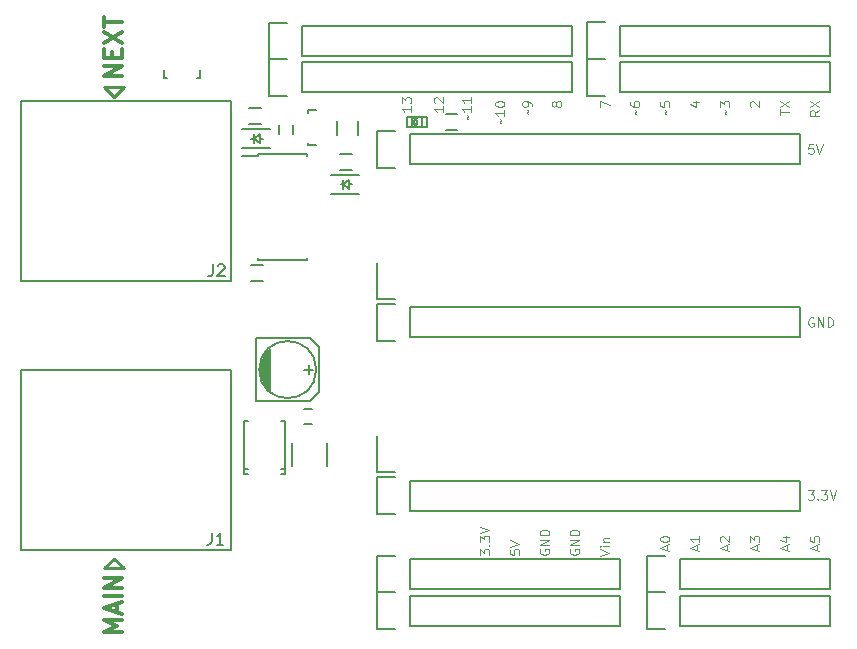
<source format=gbr>
G04 #@! TF.FileFunction,Legend,Top*
%FSLAX46Y46*%
G04 Gerber Fmt 4.6, Leading zero omitted, Abs format (unit mm)*
G04 Created by KiCad (PCBNEW 4.0.1-stable) date Tue 12 Jul 2016 11:05:00 AM CEST*
%MOMM*%
G01*
G04 APERTURE LIST*
%ADD10C,0.100000*%
%ADD11C,0.300000*%
%ADD12C,0.254000*%
%ADD13C,0.150000*%
G04 APERTURE END LIST*
D10*
X35121905Y7241526D02*
X35121905Y7736764D01*
X35426667Y7470097D01*
X35426667Y7584383D01*
X35464762Y7660573D01*
X35502857Y7698669D01*
X35579048Y7736764D01*
X35769524Y7736764D01*
X35845714Y7698669D01*
X35883810Y7660573D01*
X35921905Y7584383D01*
X35921905Y7355811D01*
X35883810Y7279621D01*
X35845714Y7241526D01*
X35845714Y8079621D02*
X35883810Y8117716D01*
X35921905Y8079621D01*
X35883810Y8041526D01*
X35845714Y8079621D01*
X35921905Y8079621D01*
X35121905Y8384383D02*
X35121905Y8879621D01*
X35426667Y8612954D01*
X35426667Y8727240D01*
X35464762Y8803430D01*
X35502857Y8841526D01*
X35579048Y8879621D01*
X35769524Y8879621D01*
X35845714Y8841526D01*
X35883810Y8803430D01*
X35921905Y8727240D01*
X35921905Y8498668D01*
X35883810Y8422478D01*
X35845714Y8384383D01*
X35121905Y9108192D02*
X35921905Y9374859D01*
X35121905Y9641526D01*
X37661905Y7698669D02*
X37661905Y7317716D01*
X38042857Y7279621D01*
X38004762Y7317716D01*
X37966667Y7393907D01*
X37966667Y7584383D01*
X38004762Y7660573D01*
X38042857Y7698669D01*
X38119048Y7736764D01*
X38309524Y7736764D01*
X38385714Y7698669D01*
X38423810Y7660573D01*
X38461905Y7584383D01*
X38461905Y7393907D01*
X38423810Y7317716D01*
X38385714Y7279621D01*
X37661905Y7965335D02*
X38461905Y8232002D01*
X37661905Y8498669D01*
X45281905Y7203430D02*
X46081905Y7470097D01*
X45281905Y7736764D01*
X46081905Y8003430D02*
X45548571Y8003430D01*
X45281905Y8003430D02*
X45320000Y7965335D01*
X45358095Y8003430D01*
X45320000Y8041525D01*
X45281905Y8003430D01*
X45358095Y8003430D01*
X45548571Y8384382D02*
X46081905Y8384382D01*
X45624762Y8384382D02*
X45586667Y8422477D01*
X45548571Y8498668D01*
X45548571Y8612954D01*
X45586667Y8689144D01*
X45662857Y8727239D01*
X46081905Y8727239D01*
X40240000Y7736764D02*
X40201905Y7660573D01*
X40201905Y7546288D01*
X40240000Y7432002D01*
X40316190Y7355811D01*
X40392381Y7317716D01*
X40544762Y7279621D01*
X40659048Y7279621D01*
X40811429Y7317716D01*
X40887619Y7355811D01*
X40963810Y7432002D01*
X41001905Y7546288D01*
X41001905Y7622478D01*
X40963810Y7736764D01*
X40925714Y7774859D01*
X40659048Y7774859D01*
X40659048Y7622478D01*
X41001905Y8117716D02*
X40201905Y8117716D01*
X41001905Y8574859D01*
X40201905Y8574859D01*
X41001905Y8955811D02*
X40201905Y8955811D01*
X40201905Y9146287D01*
X40240000Y9260573D01*
X40316190Y9336764D01*
X40392381Y9374859D01*
X40544762Y9412954D01*
X40659048Y9412954D01*
X40811429Y9374859D01*
X40887619Y9336764D01*
X40963810Y9260573D01*
X41001905Y9146287D01*
X41001905Y8955811D01*
X42780000Y7736764D02*
X42741905Y7660573D01*
X42741905Y7546288D01*
X42780000Y7432002D01*
X42856190Y7355811D01*
X42932381Y7317716D01*
X43084762Y7279621D01*
X43199048Y7279621D01*
X43351429Y7317716D01*
X43427619Y7355811D01*
X43503810Y7432002D01*
X43541905Y7546288D01*
X43541905Y7622478D01*
X43503810Y7736764D01*
X43465714Y7774859D01*
X43199048Y7774859D01*
X43199048Y7622478D01*
X43541905Y8117716D02*
X42741905Y8117716D01*
X43541905Y8574859D01*
X42741905Y8574859D01*
X43541905Y8955811D02*
X42741905Y8955811D01*
X42741905Y9146287D01*
X42780000Y9260573D01*
X42856190Y9336764D01*
X42932381Y9374859D01*
X43084762Y9412954D01*
X43199048Y9412954D01*
X43351429Y9374859D01*
X43427619Y9336764D01*
X43503810Y9260573D01*
X43541905Y9146287D01*
X43541905Y8955811D01*
D11*
X4788291Y47787383D02*
X3288291Y47787383D01*
X4788291Y48644526D01*
X3288291Y48644526D01*
X4002577Y49358812D02*
X4002577Y49858812D01*
X4788291Y50073098D02*
X4788291Y49358812D01*
X3288291Y49358812D01*
X3288291Y50073098D01*
X3288291Y50573098D02*
X4788291Y51573098D01*
X3288291Y51573098D02*
X4788291Y50573098D01*
X3288291Y51930240D02*
X3288291Y52787383D01*
X4788291Y52358812D02*
X3288291Y52358812D01*
D12*
X4116070Y46066710D02*
X4959350Y46909990D01*
X4959350Y46909990D02*
X3272790Y46909990D01*
X3272790Y46909990D02*
X4116070Y46066710D01*
X4945380Y6121400D02*
X4102100Y6964680D01*
X3258820Y6121400D02*
X4945380Y6121400D01*
X4102100Y6964680D02*
X3258820Y6121400D01*
D11*
X4790831Y762766D02*
X3290831Y762766D01*
X4362260Y1262766D01*
X3290831Y1762766D01*
X4790831Y1762766D01*
X4362260Y2405623D02*
X4362260Y3119909D01*
X4790831Y2262766D02*
X3290831Y2762766D01*
X4790831Y3262766D01*
X4790831Y3762766D02*
X3290831Y3762766D01*
X4790831Y4477052D02*
X3290831Y4477052D01*
X4790831Y5334195D01*
X3290831Y5334195D01*
D10*
X50933333Y7696181D02*
X50933333Y8077133D01*
X51161905Y7619990D02*
X50361905Y7886657D01*
X51161905Y8153324D01*
X50361905Y8572371D02*
X50361905Y8648562D01*
X50400000Y8724752D01*
X50438095Y8762847D01*
X50514286Y8800943D01*
X50666667Y8839038D01*
X50857143Y8839038D01*
X51009524Y8800943D01*
X51085714Y8762847D01*
X51123810Y8724752D01*
X51161905Y8648562D01*
X51161905Y8572371D01*
X51123810Y8496181D01*
X51085714Y8458085D01*
X51009524Y8419990D01*
X50857143Y8381895D01*
X50666667Y8381895D01*
X50514286Y8419990D01*
X50438095Y8458085D01*
X50400000Y8496181D01*
X50361905Y8572371D01*
X53473333Y7696181D02*
X53473333Y8077133D01*
X53701905Y7619990D02*
X52901905Y7886657D01*
X53701905Y8153324D01*
X53701905Y8839038D02*
X53701905Y8381895D01*
X53701905Y8610466D02*
X52901905Y8610466D01*
X53016190Y8534276D01*
X53092381Y8458085D01*
X53130476Y8381895D01*
X56013333Y7696181D02*
X56013333Y8077133D01*
X56241905Y7619990D02*
X55441905Y7886657D01*
X56241905Y8153324D01*
X55518095Y8381895D02*
X55480000Y8419990D01*
X55441905Y8496181D01*
X55441905Y8686657D01*
X55480000Y8762847D01*
X55518095Y8800943D01*
X55594286Y8839038D01*
X55670476Y8839038D01*
X55784762Y8800943D01*
X56241905Y8343800D01*
X56241905Y8839038D01*
X58553333Y7696181D02*
X58553333Y8077133D01*
X58781905Y7619990D02*
X57981905Y7886657D01*
X58781905Y8153324D01*
X57981905Y8343800D02*
X57981905Y8839038D01*
X58286667Y8572371D01*
X58286667Y8686657D01*
X58324762Y8762847D01*
X58362857Y8800943D01*
X58439048Y8839038D01*
X58629524Y8839038D01*
X58705714Y8800943D01*
X58743810Y8762847D01*
X58781905Y8686657D01*
X58781905Y8458085D01*
X58743810Y8381895D01*
X58705714Y8343800D01*
X61093333Y7696181D02*
X61093333Y8077133D01*
X61321905Y7619990D02*
X60521905Y7886657D01*
X61321905Y8153324D01*
X60788571Y8762847D02*
X61321905Y8762847D01*
X60483810Y8572371D02*
X61055238Y8381895D01*
X61055238Y8877133D01*
X63633333Y7696181D02*
X63633333Y8077133D01*
X63861905Y7619990D02*
X63061905Y7886657D01*
X63861905Y8153324D01*
X63061905Y8800943D02*
X63061905Y8419990D01*
X63442857Y8381895D01*
X63404762Y8419990D01*
X63366667Y8496181D01*
X63366667Y8686657D01*
X63404762Y8762847D01*
X63442857Y8800943D01*
X63519048Y8839038D01*
X63709524Y8839038D01*
X63785714Y8800943D01*
X63823810Y8762847D01*
X63861905Y8686657D01*
X63861905Y8496181D01*
X63823810Y8419990D01*
X63785714Y8381895D01*
X29297585Y45250714D02*
X29297585Y44793571D01*
X29297585Y45022142D02*
X28497585Y45022142D01*
X28611870Y44945952D01*
X28688061Y44869761D01*
X28726156Y44793571D01*
X28497585Y45517381D02*
X28497585Y46012619D01*
X28802347Y45745952D01*
X28802347Y45860238D01*
X28840442Y45936428D01*
X28878537Y45974524D01*
X28954728Y46012619D01*
X29145204Y46012619D01*
X29221394Y45974524D01*
X29259490Y45936428D01*
X29297585Y45860238D01*
X29297585Y45631666D01*
X29259490Y45555476D01*
X29221394Y45517381D01*
X32023005Y45250714D02*
X32023005Y44793571D01*
X32023005Y45022142D02*
X31223005Y45022142D01*
X31337290Y44945952D01*
X31413481Y44869761D01*
X31451576Y44793571D01*
X31299195Y45555476D02*
X31261100Y45593571D01*
X31223005Y45669762D01*
X31223005Y45860238D01*
X31261100Y45936428D01*
X31299195Y45974524D01*
X31375386Y46012619D01*
X31451576Y46012619D01*
X31565862Y45974524D01*
X32023005Y45517381D01*
X32023005Y46012619D01*
X34067743Y44145951D02*
X34029648Y44184047D01*
X33991552Y44260237D01*
X34067743Y44412618D01*
X34029648Y44488809D01*
X33991552Y44526904D01*
X34372505Y45250714D02*
X34372505Y44793571D01*
X34372505Y45022142D02*
X33572505Y45022142D01*
X33686790Y44945952D01*
X33762981Y44869761D01*
X33801076Y44793571D01*
X34372505Y46012619D02*
X34372505Y45555476D01*
X34372505Y45784047D02*
X33572505Y45784047D01*
X33686790Y45707857D01*
X33762981Y45631666D01*
X33801076Y45555476D01*
X36887143Y43815251D02*
X36849048Y43853347D01*
X36810952Y43929537D01*
X36887143Y44081918D01*
X36849048Y44158109D01*
X36810952Y44196204D01*
X37191905Y44920014D02*
X37191905Y44462871D01*
X37191905Y44691442D02*
X36391905Y44691442D01*
X36506190Y44615252D01*
X36582381Y44539061D01*
X36620476Y44462871D01*
X36391905Y45415252D02*
X36391905Y45491443D01*
X36430000Y45567633D01*
X36468095Y45605728D01*
X36544286Y45643824D01*
X36696667Y45681919D01*
X36887143Y45681919D01*
X37039524Y45643824D01*
X37115714Y45605728D01*
X37153810Y45567633D01*
X37191905Y45491443D01*
X37191905Y45415252D01*
X37153810Y45339062D01*
X37115714Y45300966D01*
X37039524Y45262871D01*
X36887143Y45224776D01*
X36696667Y45224776D01*
X36544286Y45262871D01*
X36468095Y45300966D01*
X36430000Y45339062D01*
X36391905Y45415252D01*
X39185843Y44577156D02*
X39147748Y44615252D01*
X39109652Y44691442D01*
X39185843Y44843823D01*
X39147748Y44920014D01*
X39109652Y44958109D01*
X39490605Y45300966D02*
X39490605Y45453347D01*
X39452510Y45529538D01*
X39414414Y45567633D01*
X39300129Y45643824D01*
X39147748Y45681919D01*
X38842986Y45681919D01*
X38766795Y45643824D01*
X38728700Y45605728D01*
X38690605Y45529538D01*
X38690605Y45377157D01*
X38728700Y45300966D01*
X38766795Y45262871D01*
X38842986Y45224776D01*
X39033462Y45224776D01*
X39109652Y45262871D01*
X39147748Y45300966D01*
X39185843Y45377157D01*
X39185843Y45529538D01*
X39147748Y45605728D01*
X39109652Y45643824D01*
X39033462Y45681919D01*
X41560762Y45377157D02*
X41522667Y45300966D01*
X41484571Y45262871D01*
X41408381Y45224776D01*
X41370286Y45224776D01*
X41294095Y45262871D01*
X41256000Y45300966D01*
X41217905Y45377157D01*
X41217905Y45529538D01*
X41256000Y45605728D01*
X41294095Y45643824D01*
X41370286Y45681919D01*
X41408381Y45681919D01*
X41484571Y45643824D01*
X41522667Y45605728D01*
X41560762Y45529538D01*
X41560762Y45377157D01*
X41598857Y45300966D01*
X41636952Y45262871D01*
X41713143Y45224776D01*
X41865524Y45224776D01*
X41941714Y45262871D01*
X41979810Y45300966D01*
X42017905Y45377157D01*
X42017905Y45529538D01*
X41979810Y45605728D01*
X41941714Y45643824D01*
X41865524Y45681919D01*
X41713143Y45681919D01*
X41636952Y45643824D01*
X41598857Y45605728D01*
X41560762Y45529538D01*
X45294605Y45186681D02*
X45294605Y45720014D01*
X46094605Y45377157D01*
X48317143Y44577156D02*
X48279048Y44615252D01*
X48240952Y44691442D01*
X48317143Y44843823D01*
X48279048Y44920014D01*
X48240952Y44958109D01*
X47821905Y45605728D02*
X47821905Y45453347D01*
X47860000Y45377157D01*
X47898095Y45339062D01*
X48012381Y45262871D01*
X48164762Y45224776D01*
X48469524Y45224776D01*
X48545714Y45262871D01*
X48583810Y45300966D01*
X48621905Y45377157D01*
X48621905Y45529538D01*
X48583810Y45605728D01*
X48545714Y45643824D01*
X48469524Y45681919D01*
X48279048Y45681919D01*
X48202857Y45643824D01*
X48164762Y45605728D01*
X48126667Y45529538D01*
X48126667Y45377157D01*
X48164762Y45300966D01*
X48202857Y45262871D01*
X48279048Y45224776D01*
X50857143Y44577156D02*
X50819048Y44615252D01*
X50780952Y44691442D01*
X50857143Y44843823D01*
X50819048Y44920014D01*
X50780952Y44958109D01*
X50361905Y45643824D02*
X50361905Y45262871D01*
X50742857Y45224776D01*
X50704762Y45262871D01*
X50666667Y45339062D01*
X50666667Y45529538D01*
X50704762Y45605728D01*
X50742857Y45643824D01*
X50819048Y45681919D01*
X51009524Y45681919D01*
X51085714Y45643824D01*
X51123810Y45605728D01*
X51161905Y45529538D01*
X51161905Y45339062D01*
X51123810Y45262871D01*
X51085714Y45224776D01*
X53168571Y45605728D02*
X53701905Y45605728D01*
X52863810Y45415252D02*
X53435238Y45224776D01*
X53435238Y45720014D01*
X55937143Y44577156D02*
X55899048Y44615252D01*
X55860952Y44691442D01*
X55937143Y44843823D01*
X55899048Y44920014D01*
X55860952Y44958109D01*
X55441905Y45186681D02*
X55441905Y45681919D01*
X55746667Y45415252D01*
X55746667Y45529538D01*
X55784762Y45605728D01*
X55822857Y45643824D01*
X55899048Y45681919D01*
X56089524Y45681919D01*
X56165714Y45643824D01*
X56203810Y45605728D01*
X56241905Y45529538D01*
X56241905Y45300966D01*
X56203810Y45224776D01*
X56165714Y45186681D01*
X58058095Y45224776D02*
X58020000Y45262871D01*
X57981905Y45339062D01*
X57981905Y45529538D01*
X58020000Y45605728D01*
X58058095Y45643824D01*
X58134286Y45681919D01*
X58210476Y45681919D01*
X58324762Y45643824D01*
X58781905Y45186681D01*
X58781905Y45681919D01*
X60521905Y44539061D02*
X60521905Y44996204D01*
X61321905Y44767633D02*
X60521905Y44767633D01*
X60521905Y45186681D02*
X61321905Y45720014D01*
X60521905Y45720014D02*
X61321905Y45186681D01*
X63861905Y44920014D02*
X63480952Y44653347D01*
X63861905Y44462871D02*
X63061905Y44462871D01*
X63061905Y44767633D01*
X63100000Y44843824D01*
X63138095Y44881919D01*
X63214286Y44920014D01*
X63328571Y44920014D01*
X63404762Y44881919D01*
X63442857Y44843824D01*
X63480952Y44767633D01*
X63480952Y44462871D01*
X63061905Y45186681D02*
X63861905Y45720014D01*
X63061905Y45720014D02*
X63861905Y45186681D01*
X62882766Y12744395D02*
X63378004Y12744395D01*
X63111337Y12439633D01*
X63225623Y12439633D01*
X63301813Y12401538D01*
X63339909Y12363443D01*
X63378004Y12287252D01*
X63378004Y12096776D01*
X63339909Y12020586D01*
X63301813Y11982490D01*
X63225623Y11944395D01*
X62997051Y11944395D01*
X62920861Y11982490D01*
X62882766Y12020586D01*
X63720861Y12020586D02*
X63758956Y11982490D01*
X63720861Y11944395D01*
X63682766Y11982490D01*
X63720861Y12020586D01*
X63720861Y11944395D01*
X64025623Y12744395D02*
X64520861Y12744395D01*
X64254194Y12439633D01*
X64368480Y12439633D01*
X64444670Y12401538D01*
X64482766Y12363443D01*
X64520861Y12287252D01*
X64520861Y12096776D01*
X64482766Y12020586D01*
X64444670Y11982490D01*
X64368480Y11944395D01*
X64139908Y11944395D01*
X64063718Y11982490D01*
X64025623Y12020586D01*
X64749432Y12744395D02*
X65016099Y11944395D01*
X65282766Y12744395D01*
X63360224Y27341780D02*
X63284033Y27379875D01*
X63169748Y27379875D01*
X63055462Y27341780D01*
X62979271Y27265590D01*
X62941176Y27189399D01*
X62903081Y27037018D01*
X62903081Y26922732D01*
X62941176Y26770351D01*
X62979271Y26694161D01*
X63055462Y26617970D01*
X63169748Y26579875D01*
X63245938Y26579875D01*
X63360224Y26617970D01*
X63398319Y26656066D01*
X63398319Y26922732D01*
X63245938Y26922732D01*
X63741176Y26579875D02*
X63741176Y27379875D01*
X64198319Y26579875D01*
X64198319Y27379875D01*
X64579271Y26579875D02*
X64579271Y27379875D01*
X64769747Y27379875D01*
X64884033Y27341780D01*
X64960224Y27265590D01*
X64998319Y27189399D01*
X65036414Y27037018D01*
X65036414Y26922732D01*
X64998319Y26770351D01*
X64960224Y26694161D01*
X64884033Y26617970D01*
X64769747Y26579875D01*
X64579271Y26579875D01*
X63332289Y42045835D02*
X62951336Y42045835D01*
X62913241Y41664883D01*
X62951336Y41702978D01*
X63027527Y41741073D01*
X63218003Y41741073D01*
X63294193Y41702978D01*
X63332289Y41664883D01*
X63370384Y41588692D01*
X63370384Y41398216D01*
X63332289Y41322026D01*
X63294193Y41283930D01*
X63218003Y41245835D01*
X63027527Y41245835D01*
X62951336Y41283930D01*
X62913241Y41322026D01*
X63598955Y42045835D02*
X63865622Y41245835D01*
X64132289Y42045835D01*
D13*
X16553180Y23594540D02*
X16553180Y22197540D01*
X16680180Y23848540D02*
X16680180Y22070540D01*
X16807180Y24229540D02*
X16807180Y21689540D01*
X16934180Y21562540D02*
X16934180Y24356540D01*
X17061180Y24483540D02*
X17061180Y21435540D01*
X17188180Y21308540D02*
X17188180Y24610540D01*
X17315180Y24737540D02*
X17315180Y21181540D01*
X21252180Y22959540D02*
G75*
G03X21252180Y22959540I-2413000J0D01*
G01*
X16172180Y25626540D02*
X20744180Y25626540D01*
X20744180Y25626540D02*
X21506180Y24864540D01*
X21506180Y24864540D02*
X21506180Y21054540D01*
X21506180Y21054540D02*
X20744180Y20292540D01*
X20744180Y20292540D02*
X16172180Y20292540D01*
X16172180Y20292540D02*
X16172180Y25626540D01*
X20998180Y22959540D02*
X20236180Y22959540D01*
X20617180Y23340540D02*
X20617180Y22578540D01*
X29210000Y1270000D02*
X46990000Y1270000D01*
X46990000Y1270000D02*
X46990000Y3810000D01*
X46990000Y3810000D02*
X29210000Y3810000D01*
X26390000Y990000D02*
X27940000Y990000D01*
X29210000Y1270000D02*
X29210000Y3810000D01*
X27940000Y4090000D02*
X26390000Y4090000D01*
X26390000Y4090000D02*
X26390000Y990000D01*
X52070000Y1270000D02*
X64770000Y1270000D01*
X64770000Y1270000D02*
X64770000Y3810000D01*
X64770000Y3810000D02*
X52070000Y3810000D01*
X49250000Y990000D02*
X50800000Y990000D01*
X52070000Y1270000D02*
X52070000Y3810000D01*
X50800000Y4090000D02*
X49250000Y4090000D01*
X49250000Y4090000D02*
X49250000Y990000D01*
X20066000Y49517300D02*
X42926000Y49517300D01*
X42926000Y49517300D02*
X42926000Y52057300D01*
X42926000Y52057300D02*
X20066000Y52057300D01*
X17246000Y49237300D02*
X18796000Y49237300D01*
X20066000Y49517300D02*
X20066000Y52057300D01*
X18796000Y52337300D02*
X17246000Y52337300D01*
X17246000Y52337300D02*
X17246000Y49237300D01*
X46990000Y49530000D02*
X64770000Y49530000D01*
X64770000Y49530000D02*
X64770000Y52070000D01*
X64770000Y52070000D02*
X46990000Y52070000D01*
X44170000Y49250000D02*
X45720000Y49250000D01*
X46990000Y49530000D02*
X46990000Y52070000D01*
X45720000Y52350000D02*
X44170000Y52350000D01*
X44170000Y52350000D02*
X44170000Y49250000D01*
X20911300Y18392060D02*
X20211300Y18392060D01*
X20211300Y19592060D02*
X20911300Y19592060D01*
X18094400Y42931600D02*
X18094400Y43631600D01*
X19294400Y43631600D02*
X19294400Y42931600D01*
X18605500Y14538140D02*
X18254980Y14538140D01*
X15105380Y14538140D02*
X15455900Y14538140D01*
X18605500Y18587720D02*
X18254980Y18587720D01*
X18605500Y14086840D02*
X18254980Y14086840D01*
X15105380Y14086840D02*
X15455900Y14086840D01*
X15105380Y18587720D02*
X15455900Y18587720D01*
X18605500Y14086840D02*
X18605500Y18587720D01*
X15105380Y14086840D02*
X15105380Y18587720D01*
X29354780Y44371740D02*
X29354780Y43472580D01*
X29354780Y43472580D02*
X28956000Y43472580D01*
X28956000Y44371740D02*
X28956000Y43472580D01*
X29354780Y44371740D02*
X28956000Y44371740D01*
X30652720Y44371740D02*
X30652720Y43472580D01*
X30652720Y43472580D02*
X30253940Y43472580D01*
X30253940Y44371740D02*
X30253940Y43472580D01*
X30652720Y44371740D02*
X30253940Y44371740D01*
X29804360Y44371740D02*
X29804360Y44221880D01*
X29804360Y44221880D02*
X29504640Y44221880D01*
X29504640Y44371740D02*
X29504640Y44221880D01*
X29804360Y44371740D02*
X29504640Y44371740D01*
X29804360Y43622440D02*
X29804360Y43472580D01*
X29804360Y43472580D02*
X29504640Y43472580D01*
X29504640Y43622440D02*
X29504640Y43472580D01*
X29804360Y43622440D02*
X29504640Y43622440D01*
X29804360Y44072020D02*
X29804360Y43772300D01*
X29804360Y43772300D02*
X29504640Y43772300D01*
X29504640Y44072020D02*
X29504640Y43772300D01*
X29804360Y44072020D02*
X29504640Y44072020D01*
X29354780Y44320940D02*
X30253940Y44320940D01*
X29354780Y43523380D02*
X30253940Y43523380D01*
X16506000Y42519600D02*
X16756000Y42519600D01*
X16006000Y42519600D02*
X15756000Y42519600D01*
X16006000Y42519600D02*
X16506000Y42869600D01*
X16506000Y42869600D02*
X16506000Y42169600D01*
X16506000Y42169600D02*
X16006000Y42519600D01*
X16006000Y42869600D02*
X16006000Y42169600D01*
X14956000Y41719600D02*
X17356000Y41719600D01*
X14956000Y43319600D02*
X17356000Y43319600D01*
X24065040Y38638480D02*
X24315040Y38638480D01*
X23565040Y38638480D02*
X23315040Y38638480D01*
X23565040Y38638480D02*
X24065040Y38988480D01*
X24065040Y38988480D02*
X24065040Y38288480D01*
X24065040Y38288480D02*
X23565040Y38638480D01*
X23565040Y38988480D02*
X23565040Y38288480D01*
X22515040Y37838480D02*
X24915040Y37838480D01*
X22515040Y39438480D02*
X24915040Y39438480D01*
X8583980Y47612780D02*
X8632240Y47612780D01*
X11382960Y48313820D02*
X11382960Y47612780D01*
X11382960Y47612780D02*
X11134040Y47612780D01*
X8583980Y47612780D02*
X8383320Y47612780D01*
X8383320Y47612780D02*
X8383320Y48313820D01*
X20533360Y44733160D02*
X20533360Y44684900D01*
X21234400Y41934180D02*
X20533360Y41934180D01*
X20533360Y41934180D02*
X20533360Y42183100D01*
X20533360Y44733160D02*
X20533360Y44933820D01*
X20533360Y44933820D02*
X21234400Y44933820D01*
X32205040Y44597160D02*
X33205040Y44597160D01*
X33205040Y43247160D02*
X32205040Y43247160D01*
X16552800Y43724200D02*
X15552800Y43724200D01*
X15552800Y45074200D02*
X16552800Y45074200D01*
X23016240Y42829400D02*
X23016240Y44029400D01*
X24766240Y44029400D02*
X24766240Y42829400D01*
X16738220Y30485720D02*
X15738220Y30485720D01*
X15738220Y31835720D02*
X16738220Y31835720D01*
X24269320Y39858800D02*
X23269320Y39858800D01*
X23269320Y41208800D02*
X24269320Y41208800D01*
X22135360Y16784040D02*
X22135360Y14784040D01*
X19185360Y14784040D02*
X19185360Y16784040D01*
X16365400Y41178400D02*
X16365400Y41063400D01*
X20515400Y41178400D02*
X20515400Y41063400D01*
X20515400Y32278400D02*
X20515400Y32393400D01*
X16365400Y32278400D02*
X16365400Y32393400D01*
X16365400Y41178400D02*
X20515400Y41178400D01*
X16365400Y32278400D02*
X20515400Y32278400D01*
X16365400Y41063400D02*
X14990400Y41063400D01*
X29210000Y11028680D02*
X62230000Y11028680D01*
X62230000Y11028680D02*
X62230000Y13568680D01*
X62230000Y13568680D02*
X29210000Y13568680D01*
X26390000Y13848680D02*
X27940000Y13848680D01*
X29210000Y13568680D02*
X29210000Y11028680D01*
X27940000Y10748680D02*
X26390000Y10748680D01*
X26390000Y10748680D02*
X26390000Y13848680D01*
X29210000Y40332660D02*
X62230000Y40332660D01*
X62230000Y40332660D02*
X62230000Y42872660D01*
X62230000Y42872660D02*
X29210000Y42872660D01*
X26390000Y43152660D02*
X27940000Y43152660D01*
X29210000Y42872660D02*
X29210000Y40332660D01*
X27940000Y40052660D02*
X26390000Y40052660D01*
X26390000Y40052660D02*
X26390000Y43152660D01*
X29210000Y25681940D02*
X62230000Y25681940D01*
X62230000Y25681940D02*
X62230000Y28221940D01*
X62230000Y28221940D02*
X29210000Y28221940D01*
X26390000Y28501940D02*
X27940000Y28501940D01*
X29210000Y28221940D02*
X29210000Y25681940D01*
X27940000Y25401940D02*
X26390000Y25401940D01*
X26390000Y25401940D02*
X26390000Y28501940D01*
X29210000Y4368800D02*
X46990000Y4368800D01*
X46990000Y4368800D02*
X46990000Y6908800D01*
X46990000Y6908800D02*
X29210000Y6908800D01*
X26390000Y4088800D02*
X27940000Y4088800D01*
X29210000Y4368800D02*
X29210000Y6908800D01*
X27940000Y7188800D02*
X26390000Y7188800D01*
X26390000Y7188800D02*
X26390000Y4088800D01*
X52070000Y4368800D02*
X64770000Y4368800D01*
X64770000Y4368800D02*
X64770000Y6908800D01*
X64770000Y6908800D02*
X52070000Y6908800D01*
X49250000Y4088800D02*
X50800000Y4088800D01*
X52070000Y4368800D02*
X52070000Y6908800D01*
X50800000Y7188800D02*
X49250000Y7188800D01*
X49250000Y7188800D02*
X49250000Y4088800D01*
X20066000Y46443900D02*
X42926000Y46443900D01*
X42926000Y46443900D02*
X42926000Y48983900D01*
X42926000Y48983900D02*
X20066000Y48983900D01*
X17246000Y46163900D02*
X18796000Y46163900D01*
X20066000Y46443900D02*
X20066000Y48983900D01*
X18796000Y49263900D02*
X17246000Y49263900D01*
X17246000Y49263900D02*
X17246000Y46163900D01*
X46990000Y46431200D02*
X64770000Y46431200D01*
X64770000Y46431200D02*
X64770000Y48971200D01*
X64770000Y48971200D02*
X46990000Y48971200D01*
X44170000Y46151200D02*
X45720000Y46151200D01*
X46990000Y46431200D02*
X46990000Y48971200D01*
X45720000Y49251200D02*
X44170000Y49251200D01*
X44170000Y49251200D02*
X44170000Y46151200D01*
X27940000Y14251340D02*
X26390000Y14251340D01*
X26390000Y14251340D02*
X26390000Y17351340D01*
X27940000Y28904600D02*
X26390000Y28904600D01*
X26390000Y28904600D02*
X26390000Y32004600D01*
X-3710940Y22898580D02*
X-3710940Y7658580D01*
X14069060Y7658580D02*
X-3710940Y7658580D01*
X14069060Y7658580D02*
X14069060Y22898580D01*
X14069060Y22898580D02*
X-3710940Y22898580D01*
X-3698240Y45682380D02*
X-3698240Y30442380D01*
X14081760Y30442380D02*
X-3698240Y30442380D01*
X14081760Y30442380D02*
X14081760Y45682380D01*
X14081760Y45682380D02*
X-3698240Y45682380D01*
X12402227Y9120599D02*
X12402227Y8406313D01*
X12354607Y8263456D01*
X12259369Y8168218D01*
X12116512Y8120599D01*
X12021274Y8120599D01*
X13402227Y8120599D02*
X12830798Y8120599D01*
X13116512Y8120599D02*
X13116512Y9120599D01*
X13021274Y8977742D01*
X12926036Y8882504D01*
X12830798Y8834885D01*
X12503827Y31866299D02*
X12503827Y31152013D01*
X12456207Y31009156D01*
X12360969Y30913918D01*
X12218112Y30866299D01*
X12122874Y30866299D01*
X12932398Y31771061D02*
X12980017Y31818680D01*
X13075255Y31866299D01*
X13313351Y31866299D01*
X13408589Y31818680D01*
X13456208Y31771061D01*
X13503827Y31675823D01*
X13503827Y31580585D01*
X13456208Y31437728D01*
X12884779Y30866299D01*
X13503827Y30866299D01*
M02*

</source>
